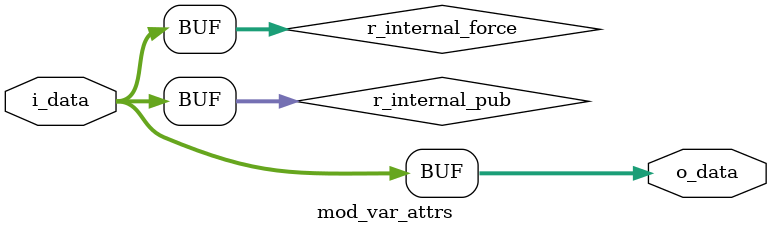
<source format=sv>
module mod_var_attrs (
    input wire [7:0] i_data,
    output logic [7:0] o_data
);
    /* verilator public */
    logic [7:0] r_internal_pub;
    /* verilator forceable */
    logic [7:0] r_internal_force;
    /* verilator isolate_assignments */
    logic r_isolate_me;
    /* verilator public_flat_rw */
    logic [7:0] r_flat_rw;
    always_comb begin
        r_flat_rw = i_data + 1;
    end
    always_comb begin
        r_internal_pub = i_data;
        r_internal_force = r_internal_pub;
        r_isolate_me = |i_data;
        o_data = r_internal_force;
    end
    task modify_vars (input bit en);
        /* verilator public */
        logic [3:0] task_local_pub;
        if (en) begin
            task_local_pub = i_data[3:0];
        end
    endtask
endmodule


</source>
